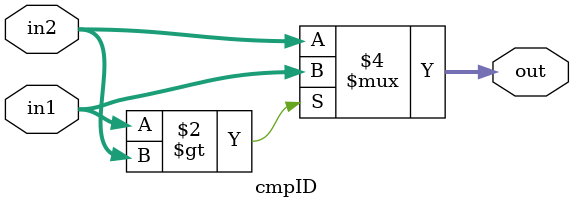
<source format=v>
`timescale 1ns / 1ps


module cmpID #( 
  parameter integer C_ID_WIDTH = 10   
)
(
  in1 ,
  in2 ,
  out
  );

input wire [C_ID_WIDTH-1:0] in1 ;
input wire [C_ID_WIDTH-1:0] in2 ;

output reg [C_ID_WIDTH-1:0] out ;

always @(*) begin
  if (in1 > in2) begin
    out = in1;
  end
  else begin
    out = in2;
  end
end
  
endmodule

</source>
